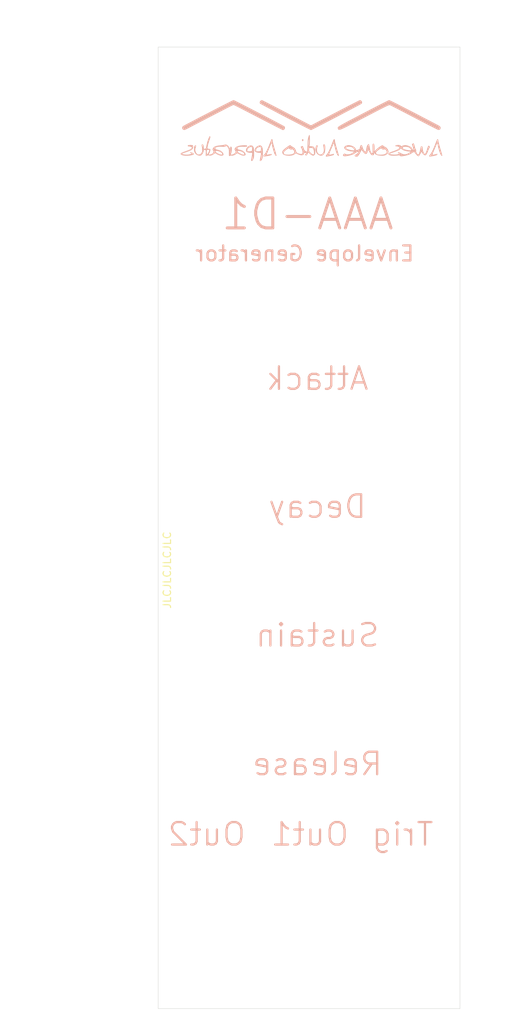
<source format=kicad_pcb>
(kicad_pcb (version 20211014) (generator pcbnew)
  (title_block (title "AAA Demiurge 1") (date "2022-08-11") (rev "F") (company "Awesome Audio Apparatus"))
  (layers (0 "F.Cu" signal) (31 "B.Cu" signal) (34 "B.Paste" user) (35 "F.Paste" user) (36 "B.SilkS" user "B.Silkscreen") (37 "F.SilkS" user "F.Silkscreen") (38 "B.Mask" user) (39 "F.Mask" user) (44 "Edge.Cuts" user))
  (net 0 "")
  (footprint "MountingHole:MountingHole_3.2mm_M3" (layer "F.Cu") (at 109.1 167)
    (fp_text reference "REF**" hide)
    (fp_text value "MountingHole_3.2mm_M3")
    (pad "" np_thru_hole circle (at 0 0) (size 3.2 3.2) (drill 3.2) (layers *.Cu *.Mask))
  )
  (footprint "MountingHole:MountingHole_3.2mm_M3" (layer "F.Cu") (at 109.1 44.5)
    (fp_text reference "REF**" hide)
    (fp_text value "MountingHole_3.2mm_M3")
    (pad "" np_thru_hole circle (at 0 0) (size 3.2 3.2) (drill 3.2) (layers *.Cu *.Mask))
  )
  (footprint "MountingHole:MountingHole_3.2mm_M3" (layer "F.Cu") (at 83.7 44.5)
    (fp_text reference "REF**" hide)
    (fp_text value "MountingHole_3.2mm_M3")
    (pad "" np_thru_hole circle (at 0 0) (size 3.2 3.2) (drill 3.2) (layers *.Cu *.Mask))
  )
  (footprint "MountingHole:MountingHole_3.2mm_M3" (layer "F.Cu") (at 83.7 167)
    (fp_text reference "REF**" hide)
    (fp_text value "MountingHole_3.2mm_M3")
    (pad "" np_thru_hole circle (at 0 0) (size 3.2 3.2) (drill 3.2) (layers *.Cu *.Mask))
  )
  (footprint "MountingHole:MountingHole_6mm" (layer "B.Cu") (at 111.76 137.16 180)
    (fp_text reference "Release" hide)
    (fp_text value "MountingHole_6mm")
    (pad "" np_thru_hole circle (at 0 0 180) (size 6.5 6.5) (drill 6.5) (layers F&B.Cu *.Mask))
  )
  (footprint "MountingHole:MountingHole_6mm" (layer "B.Cu") (at 83.8454 85.725 180)
    (fp_text reference "POT1" hide)
    (fp_text value "MountingHole_6mm")
    (pad "" np_thru_hole circle (at 0 0 180) (size 7.3 7.3) (drill 7.3) (layers F&B.Cu *.Mask))
  )
  (footprint "MountingHole:MountingHole_6mm" (layer "B.Cu") (at 83.8708 137.16 180)
    (fp_text reference "POT4" hide)
    (fp_text value "MountingHole_6mm")
    (pad "" np_thru_hole circle (at 0 0 180) (size 7.3 7.3) (drill 7.3) (layers F&B.Cu *.Mask))
  )
  (footprint "MountingHole:MountingHole_6mm" (layer "B.Cu") (at 83.8962 102.87 180)
    (fp_text reference "POT2" hide)
    (fp_text value "MountingHole_6mm")
    (pad "" np_thru_hole circle (at 0 0 180) (size 7.3 7.3) (drill 7.3) (layers F&B.Cu *.Mask))
  )
  (footprint "MountingHole:MountingHole_6mm" (layer "B.Cu") (at 111.76 154.305 180)
    (fp_text reference "Trig" hide)
    (fp_text value "MountingHole_6mm")
    (pad "" np_thru_hole circle (at 0 0 180) (size 6.5 6.5) (drill 6.5) (layers F&B.Cu *.Mask))
  )
  (footprint "MountingHole:MountingHole_6mm" (layer "B.Cu") (at 83.8962 120.015 180)
    (fp_text reference "POT3" hide)
    (fp_text value "MountingHole_6mm")
    (pad "" np_thru_hole circle (at 0 0 180) (size 7.3 7.3) (drill 7.3) (layers F&B.Cu *.Mask))
  )
  (footprint "MountingHole:MountingHole_6mm" (layer "B.Cu") (at 81.28 154.305 180)
    (fp_text reference "Out2" hide)
    (fp_text value "MountingHole_6mm")
    (pad "" np_thru_hole circle (at 0 0 180) (size 6.5 6.5) (drill 6.5) (layers F&B.Cu *.Mask))
  )
  (footprint "MountingHole:MountingHole_6mm" (layer "B.Cu") (at 111.76 102.87 180)
    (fp_text reference "Decay" hide)
    (fp_text value "MountingHole_6mm")
    (pad "" np_thru_hole circle (at 0 0 180) (size 6.5 6.5) (drill 6.5) (layers F&B.Cu *.Mask))
  )
  (footprint "MountingHole:MountingHole_6mm" (layer "B.Cu") (at 111.76 120.015 180)
    (fp_text reference "Sustain" hide)
    (fp_text value "MountingHole_6mm")
    (pad "" np_thru_hole circle (at 0 0 180) (size 6.5 6.5) (drill 6.5) (layers F&B.Cu *.Mask))
  )
  (footprint "LOGO" (layer "B.Cu") (at 96.7 52.65 180)
    (fp_text reference "G***" hide)
    (fp_text value "LOGO" hide)
    (fp_poly (pts (xy 8.184495 -1.993228) (xy 8.35117 -2.054219) (xy 8.506115 -2.160802) (xy 8.634993 -2.300906) (xy 8.723469 -2.462456) (xy 8.757205 -2.633381) (xy 8.731417 -2.7789) (xy 8.651544 -2.871684) (xy 8.501942 -2.938582) (xy 8.298111 -2.973879) (xy 8.191485 -2.977931) (xy 8.045284 -2.979861) (xy 7.966225 -2.991877) (xy 7.933864 -3.023317) (xy 7.92776 -3.083521) (xy 7.927875 -3.098362) (xy 7.936763 -3.194344) (xy 7.95942 -3.349218) (xy 7.991734 -3.536136) (xy 8.008356 -3.623686) (xy 8.040453 -3.801282) (xy 8.061368 -3.944281) (xy 8.06842 -4.032635) (xy 8.065423 -4.050669) (xy 8.008029 -4.069379) (xy 7.961031 -4.072759) (xy 7.889341 -4.035488) (xy 7.810114 -3.919916) (xy 7.771689 -3.842845) (xy 7.726776 -3.738052) (xy 7.696419 -3.637995) (xy 7.677823 -3.521855) (xy 7.668197 -3.36881) (xy 7.664746 -3.158042) (xy 7.664465 -3.043621) (xy 7.668933 -2.733288) (xy 7.684424 -2.496971) (xy 7.707013 -2.361685) (xy 7.930782 -2.361685) (xy 7.935355 -2.484835) (xy 7.947023 -2.628558) (xy 7.969677 -2.7086) (xy 8.013784 -2.748866) (xy 8.057931 -2.764751) (xy 8.17103 -2.782731) (xy 8.319294 -2.789341) (xy 8.364483 -2.788443) (xy 8.48692 -2.77873) (xy 8.547303 -2.751383) (xy 8.57115 -2.690396) (xy 8.575849 -2.65587) (xy 8.55101 -2.524899) (xy 8.46283 -2.395912) (xy 8.333981 -2.287425) (xy 8.187132 -2.217955) (xy 8.044954 -2.20602) (xy 8.029173 -2.209361) (xy 7.968842 -2.231528) (xy 7.93871 -2.274478) (xy 7.930782 -2.361685) (xy 7.707013 -2.361685) (xy 7.713725 -2.321487) (xy 7.759626 -2.193655) (xy 7.824913 -2.100291) (xy 7.873305 -2.056312) (xy 8.020428 -1.989901)) (layer "B.SilkS") (width 0) (fill solid))
    (fp_poly (pts (xy 13.637599 -0.791676) (xy 13.676101 -0.85947) (xy 13.775602 -1.086588) (xy 13.874031 -1.367973) (xy 13.961097 -1.670793) (xy 14.026506 -1.962217) (xy 14.032882 -1.997553) (xy 14.073236 -2.202801) (xy 14.11438 -2.335842) (xy 14.165437 -2.41166) (xy 14.235527 -2.445237) (xy 14.309396 -2.451743) (xy 14.367778 -2.443435) (xy 14.397092 -2.402855) (xy 14.407107 -2.308074) (xy 14.407931 -2.230569) (xy 14.425716 -2.020664) (xy 14.478995 -1.89038) (xy 14.567648 -1.839981) (xy 14.581693 -1.83931) (xy 14.663756 -1.874037) (xy 14.692794 -1.97733) (xy 14.668563 -2.147858) (xy 14.650422 -2.213419) (xy 14.620077 -2.343325) (xy 14.613898 -2.438341) (xy 14.623003 -2.466038) (xy 14.636211 -2.530026) (xy 14.615838 -2.621369) (xy 14.596031 -2.715941) (xy 14.617642 -2.818678) (xy 14.667373 -2.927637) (xy 14.792659 -3.100097) (xy 14.943269 -3.195609) (xy 15.104181 -3.21422) (xy 15.260378 -3.155977) (xy 15.396839 -3.020928) (xy 15.452712 -2.925159) (xy 15.532948 -2.688267) (xy 15.532602 -2.463326) (xy 15.480862 -2.292383) (xy 15.424235 -2.122962) (xy 15.423791 -2.017565) (xy 15.479785 -1.972814) (xy 15.504993 -1.97069) (xy 15.592388 -2.010354) (xy 15.658789 -2.116798) (xy 15.701728 -2.271195) (xy 15.718736 -2.45472) (xy 15.707345 -2.648546) (xy 15.665088 -2.833849) (xy 15.629655 -2.921502) (xy 15.481434 -3.139477) (xy 15.284775 -3.287011) (xy 15.046286 -3.359324) (xy 15.020276 -3.362246) (xy 14.883487 -3.369288) (xy 14.792075 -3.34749) (xy 14.705018 -3.282379) (xy 14.654395 -3.233154) (xy 14.52631 -3.059132) (xy 14.438246 -2.849304) (xy 14.408175 -2.660431) (xy 14.379574 -2.601781) (xy 14.284395 -2.5838) (xy 14.281657 -2.583793) (xy 14.203665 -2.596401) (xy 14.153766 -2.643053) (xy 14.128274 -2.736991) (xy 14.123499 -2.891459) (xy 14.135069 -3.110169) (xy 14.144597 -3.270232) (xy 14.141766 -3.361933) (xy 14.122495 -3.404105) (xy 14.082705 -3.415582) (xy 14.068833 -3.415862) (xy 13.970408 -3.387039) (xy 13.92959 -3.354249) (xy 13.871846 -3.316844) (xy 13.777691 -3.322067) (xy 13.721088 -3.336087) (xy 13.504966 -3.360081) (xy 13.293122 -3.306665) (xy 13.07174 -3.172346) (xy 13.071025 -3.1718) (xy 12.870738 -3.018918) (xy 12.746606 -3.107307) (xy 12.550484 -3.224508) (xy 12.344905 -3.309636) (xy 12.147086 -3.359576) (xy 11.974247 -3.371209) (xy 11.843604 -3.341419) (xy 11.779253 -3.282443) (xy 11.756384 -3.198935) (xy 11.774008 -3.126164) (xy 11.923515 -3.126164) (xy 11.926711 -3.172785) (xy 11.988675 -3.222126) (xy 12.108438 -3.223185) (xy 12.272267 -3.178222) (xy 12.466428 -3.089497) (xy 12.481034 -3.081577) (xy 12.656291 -2.981169) (xy 12.76335 -2.906525) (xy 12.813728 -2.847119) (xy 12.81894 -2.792424) (xy 12.814111 -2.777132) (xy 12.779342 -2.732519) (xy 12.706319 -2.719535) (xy 12.588898 -2.730501) (xy 12.408239 -2.773466) (xy 12.234348 -2.845885) (xy 12.084248 -2.936388) (xy 11.974963 -3.033604) (xy 11.923515 -3.126164) (xy 11.774008 -3.126164) (xy 11.781384 -3.095709) (xy 11.810557 -3.031451) (xy 11.947573 -2.848001) (xy 12.154868 -2.700556) (xy 12.419655 -2.597347) (xy 12.52191 -2.573519) (xy 12.676809 -2.539154) (xy 12.766716 -2.504515) (xy 12.813412 -2.457424) (xy 12.835481 -2.398202) (xy 12.848187 -2.327248) (xy 12.826706 -2.282384) (xy 12.753134 -2.246325) (xy 12.641928 -2.211369) (xy 12.496386 -2.178119) (xy 12.331395 -2.163201) (xy 12.121011 -2.165152) (xy 11.968138 -2.173426) (xy 11.763091 -2.185061) (xy 11.62896 -2.18718) (xy 11.549445 -2.17831) (xy 11.508247 -2.156974) (xy 11.492078 -2.130346) (xy 11.439672 -2.066332) (xy 11.359239 -2.081074) (xy 11.247202 -2.17527) (xy 11.24391 -2.178707) (xy 11.137252 -2.316182) (xy 11.071797 -2.472522) (xy 11.040781 -2.670885) (xy 11.036424 -2.888905) (xy 11.0397 -3.110654) (xy 11.038976 -3.259404) (xy 11.031888 -3.349728) (xy 11.016068 -3.396197) (xy 10.989152 -3.413384) (xy 10.95086 -3.415862) (xy 10.866436 -3.394889) (xy 10.837692 -3.370288) (xy 10.77876 -3.344649) (xy 10.723778 -3.351928) (xy 10.563782 -3.364084) (xy 10.374667 -3.320344) (xy 10.18657 -3.229309) (xy 10.113433 -3.177708) (xy 9.932184 -3.034281) (xy 9.605804 -3.203175) (xy 9.367608 -3.306881) (xy 9.16051 -3.36051) (xy 8.992469 -3.367635) (xy 8.871446 -3.331829) (xy 8.8054 -3.256663) (xy 8.802289 -3.145711) (xy 8.80821 -3.133205) (xy 8.987467 -3.133205) (xy 8.992797 -3.173369) (xy 9.040256 -3.226858) (xy 9.130574 -3.232472) (xy 9.274382 -3.189128) (xy 9.408458 -3.130992) (xy 9.644813 -3.010445) (xy 9.796915 -2.907821) (xy 9.866029 -2.822137) (xy 9.866745 -2.774244) (xy 9.829356 -2.731773) (xy 9.747759 -2.72146) (xy 9.649618 -2.731206) (xy 9.461366 -2.775349) (xy 9.284542 -2.848717) (xy 9.135629 -2.940212) (xy 9.03111 -3.03874) (xy 8.987467 -3.133205) (xy 8.80821 -3.133205) (xy 8.870073 -3.002545) (xy 8.944741 -2.906461) (xy 9.161836 -2.725239) (xy 9.440551 -2.60461) (xy 9.645861 -2.560479) (xy 9.779596 -2.53264) (xy 9.850046 -2.490806) (xy 9.879897 -2.427969) (xy 9.890333 -2.332541) (xy 9.880212 -2.285117) (xy 9.804787 -2.233824) (xy 9.660811 -2.194891) (xy 9.466773 -2.170908) (xy 9.241161 -2.164464) (xy 9.072245 -2.171935) (xy 8.880745 -2.183712) (xy 8.757156 -2.182881) (xy 8.682479 -2.167685) (xy 8.637714 -2.136371) (xy 8.633425 -2.131416) (xy 8.598461 -2.055496) (xy 8.604159 -2.016401) (xy 8.663742 -1.990883) (xy 8.791678 -1.976572) (xy 8.969453 -1.973462) (xy 9.178556 -1.981547) (xy 9.400472 -2.00082) (xy 9.524958 -2.016717) (xy 9.811457 -2.077234) (xy 10.02396 -2.167649) (xy 10.172436 -2.292936) (xy 10.222747 -2.364956) (xy 10.27269 -2.457373) (xy 10.283369 -2.523795) (xy 10.253098 -2.602315) (xy 10.208747 -2.681215) (xy 10.150173 -2.791012) (xy 10.134768 -2.86114) (xy 10.159277 -2.9262) (xy 10.182259 -2.962734) (xy 10.274851 -3.053806) (xy 10.416462 -3.143421) (xy 10.570433 -3.211942) (xy 10.699417 -3.239728) (xy 10.754708 -3.223239) (xy 10.751948 -3.157076) (xy 10.747397 -3.142155) (xy 10.692421 -2.931287) (xy 10.656729 -2.713041) (xy 10.641497 -2.508319) (xy 10.647901 -2.338027) (xy 10.677119 -2.223069) (xy 10.694276 -2.198414) (xy 10.77791 -2.145194) (xy 10.834958 -2.173389) (xy 10.859998 -2.279424) (xy 10.86069 -2.308149) (xy 10.86069 -2.470436) (xy 11.003017 -2.231511) (xy 11.152867 -2.026681) (xy 11.310027 -1.906793) (xy 11.479418 -1.869237) (xy 11.631336 -1.898197) (xy 11.754711 -1.92911) (xy 11.933014 -1.958964) (xy 12.133679 -1.982588) (xy 12.196379 -1.987917) (xy 12.403781 -2.009645) (xy 12.605293 -2.040762) (xy 12.765085 -2.075479) (xy 12.797242 -2.084982) (xy 12.97021 -2.166428) (xy 13.105414 -2.278041) (xy 13.193388 -2.404374) (xy 13.22467 -2.529979) (xy 13.189797 -2.639406) (xy 13.157591 -2.673235) (xy 13.100711 -2.770451) (xy 13.108309 -2.893424) (xy 13.174195 -3.016169) (xy 13.257314 -3.091894) (xy 13.368249 -3.15055) (xy 13.500799 -3.199572) (xy 13.62595 -3.230753) (xy 13.714687 -3.235885) (xy 13.735392 -3.227136) (xy 13.727723 -3.181203) (xy 13.684942 -3.090553) (xy 13.667669 -3.060088) (xy 13.601916 -2.921131) (xy 13.549667 -2.762501) (xy 13.520018 -2.619224) (xy 13.668885 -2.619224) (xy 13.675079 -2.696373) (xy 13.678571 -2.714147) (xy 13.718914 -2.829935) (xy 13.790349 -2.970275) (xy 13.825719 -3.027462) (xy 13.946797 -3.210423) (xy 13.984937 -3.04915) (xy 14.003387 -2.893944) (xy 13.995458 -2.740841) (xy 13.994554 -2.735835) (xy 13.966727 -2.633887) (xy 13.914808 -2.591906) (xy 13.809265 -2.583793) (xy 13.706292 -2.589) (xy 13.668885 -2.619224) (xy 13.520018 -2.619224) (xy 13.51933 -2.615897) (xy 13.51931 -2.513018) (xy 13.521026 -2.507155) (xy 13.573024 -2.468903) (xy 13.673489 -2.451795) (xy 13.678046 -2.451743) (xy 13.801349 -2.444671) (xy 13.874552 -2.414711) (xy 13.904214 -2.346567) (xy 13.896898 -2.224941) (xy 13.859163 -2.034535) (xy 13.858418 -2.031161) (xy 13.806782 -1.826799) (xy 13.73588 -1.583803) (xy 13.658458 -1.345064) (xy 13.633274 -1.273481) (xy 13.566024 -1.081571) (xy 13.528027 -0.954022) (xy 13.516234 -0.873782) (xy 13.527594 -0.823798) (xy 13.548109 -0.797261) (xy 13.597055 -0.763546)) (layer "B.SilkS") (width 0) (fill solid))
    (fp_poly (pts (xy 5.336087 -1.179077) (xy 5.376726 -1.249901) (xy 5.430781 -1.37369) (xy 5.504339 -1.560683) (xy 5.585475 -1.773621) (xy 5.731676 -2.141901) (xy 5.876217 -2.473695) (xy 6.014021 -2.758924) (xy 6.140014 -2.987506) (xy 6.249122 -3.149363) (xy 6.312204 -3.21712) (xy 6.397823 -3.315383) (xy 6.427235 -3.406739) (xy 6.39762 -3.470736) (xy 6.349497 -3.487588) (xy 6.281926 -3.482364) (xy 6.148943 -3.462796) (xy 5.970935 -3.432134) (xy 5.803181 -3.400504) (xy 5.578645 -3.353309) (xy 5.429284 -3.313183) (xy 5.34338 -3.276179) (xy 5.309215 -3.238355) (xy 5.308084 -3.233825) (xy 5.311032 -3.166196) (xy 5.360736 -3.135652) (xy 5.468417 -3.140645) (xy 5.645295 -3.179628) (xy 5.664622 -3.184654) (xy 5.811997 -3.219327) (xy 5.923227 -3.238063) (xy 5.974323 -3.236826) (xy 5.974378 -3.236772) (xy 5.965352 -3.191114) (xy 5.92606 -3.078666) (xy 5.861648 -2.912747) (xy 5.777261 -2.706673) (xy 5.692001 -2.506016) (xy 5.592828 -2.273785) (xy 5.507099 -2.068341) (xy 5.440455 -1.903582) (xy 5.398534 -1.793409) (xy 5.386552 -1.753132) (xy 5.35408 -1.709473) (xy 5.342759 -1.707931) (xy 5.306533 -1.744397) (xy 5.298965 -1.790845) (xy 5.28664 -1.887261) (xy 5.253404 -2.046206) (xy 5.204868 -2.246733) (xy 5.146642 -2.467898) (xy 5.084337 -2.688755) (xy 5.023564 -2.888358) (xy 4.969933 -3.045761) (xy 4.948031 -3.100976) (xy 4.869748 -3.251051) (xy 4.788656 -3.354528) (xy 4.716676 -3.399696) (xy 4.667048 -3.377056) (xy 4.67221 -3.325584) (xy 4.699977 -3.20287) (xy 4.747061 -3.021343) (xy 4.810173 -2.793433) (xy 4.886024 -2.531569) (xy 4.92788 -2.391185) (xy 5.023645 -2.064547) (xy 5.099501 -1.788141) (xy 5.153412 -1.570184) (xy 5.183346 -1.41889) (xy 5.187399 -1.34298) (xy 5.195767 -1.229738) (xy 5.233798 -1.18198) (xy 5.270711 -1.155358) (xy 5.302778 -1.150976)) (layer "B.SilkS") (width 0) (fill solid))
    (fp_poly (pts (xy 10.466826 4.052764) (xy 10.591326 3.994231) (xy 10.784895 3.899336) (xy 11.043292 3.770257) (xy 11.362278 3.60917) (xy 11.737613 3.418252) (xy 12.165057 3.199681) (xy 12.64037 2.955633) (xy 13.159313 2.688285) (xy 13.717647 2.399813) (xy 14.31113 2.092396) (xy 14.935524 1.768209) (xy 15.58659 1.42943) (xy 16.260086 1.078236) (xy 16.951774 0.716803) (xy 16.959486 0.712768) (xy 17.141123 0.606859) (xy 17.246675 0.517395) (xy 17.281734 0.454084) (xy 17.289496 0.285466) (xy 17.223656 0.155437) (xy 17.1224 0.087295) (xy 17.051373 0.063712) (xy 16.982648 0.062426) (xy 16.894533 0.088952) (xy 16.765337 0.148805) (xy 16.651067 0.207153) (xy 16.557235 0.255806) (xy 16.392656 0.341237) (xy 16.164293 0.459828) (xy 15.879114 0.607958) (xy 15.544083 0.78201) (xy 15.166166 0.978364) (xy 14.75233 1.193402) (xy 14.309538 1.423505) (xy 13.844758 1.665053) (xy 13.394594 1.899023) (xy 12.924463 2.142987) (xy 12.476269 2.374806) (xy 12.056166 2.591346) (xy 11.670309 2.789468) (xy 11.32485 2.966038) (xy 11.025945 3.117917) (xy 10.779747 3.24197) (xy 10.59241 3.335061) (xy 10.47009 3.394052) (xy 10.418939 3.415808) (xy 10.418343 3.415862) (xy 10.371471 3.396105) (xy 10.252763 3.338816) (xy 10.068042 3.246965) (xy 9.823129 3.123525) (xy 9.523846 2.971467) (xy 9.176017 2.793763) (xy 8.785463 2.593384) (xy 8.358006 2.373302) (xy 7.899468 2.136489) (xy 7.415672 1.885916) (xy 7.114968 1.729827) (xy 6.618517 1.472336) (xy 6.143596 1.226826) (xy 5.696053 0.99627) (xy 5.281733 0.783643) (xy 4.906483 0.591919) (xy 4.576149 0.424072) (xy 4.296578 0.283077) (xy 4.073616 0.171907) (xy 3.913108 0.093537) (xy 3.820902 0.050942) (xy 3.800812 0.043793) (xy 3.718062 0.069923) (xy 3.63238 0.124555) (xy 3.558142 0.230399) (xy 3.532026 0.365485) (xy 3.557406 0.492202) (xy 3.594684 0.544843) (xy 3.646382 0.577441) (xy 3.768557 0.645946) (xy 3.954319 0.746793) (xy 4.196776 0.876419) (xy 4.489039 1.03126) (xy 4.824217 1.207752) (xy 5.195419 1.402331) (xy 5.595754 1.611433) (xy 6.018334 1.831495) (xy 6.456266 2.058952) (xy 6.902661 2.29024) (xy 7.350627 2.521796) (xy 7.793275 2.750056) (xy 8.223714 2.971456) (xy 8.635053 3.182432) (xy 9.020403 3.37942) (xy 9.372872 3.558856) (xy 9.685569 3.717176) (xy 9.951605 3.850817) (xy 10.164089 3.956214) (xy 10.316131 4.029804) (xy 10.400839 4.068023) (xy 10.415633 4.072758)) (layer "B.SilkS") (width 0) (fill solid))
    (fp_poly (pts (xy -1.597003 -1.902601) (xy -1.59084 -2.030809) (xy -1.619773 -2.221896) (xy -1.662008 -2.49648) (xy -1.663535 -2.709938) (xy -1.623918 -2.878924) (xy -1.601186 -2.928844) (xy -1.474604 -3.100153) (xy -1.322054 -3.194114) (xy -1.158542 -3.210788) (xy -0.99907 -3.150241) (xy -0.858642 -3.012535) (xy -0.805689 -2.925468) (xy -0.760347 -2.772184) (xy -0.746932 -2.574491) (xy -0.765163 -2.369429) (xy -0.811178 -2.202392) (xy -0.848332 -2.066931) (xy -0.822913 -1.990516) (xy -0.735657 -1.974924) (xy -0.718145 -1.977774) (xy -0.648584 -2.031999) (xy -0.591909 -2.151422) (xy -0.554058 -2.31393) (xy -0.540971 -2.497409) (xy -0.547873 -2.6118) (xy -0.613791 -2.864256) (xy -0.740006 -3.079377) (xy -0.913556 -3.24412) (xy -1.121472 -3.345441) (xy -1.303611 -3.372069) (xy -1.44142 -3.355068) (xy -1.552994 -3.290788) (xy -1.614164 -3.233384) (xy -1.704776 -3.125848) (xy -1.768561 -3.006797) (xy -1.812071 -2.855662) (xy -1.841856 -2.651874) (xy -1.857971 -2.467911) (xy -1.865194 -2.199953) (xy -1.840604 -2.009714) (xy -1.783303 -1.892964) (xy -1.727541 -1.85427) (xy -1.642129 -1.845262)) (layer "B.SilkS") (width 0) (fill solid))
    (fp_poly (pts (xy 1.204299 -1.154453) (xy 1.254934 -1.212987) (xy 1.262669 -1.305927) (xy 1.231862 -1.393932) (xy 1.17303 -1.43676) (xy 1.103595 -1.412688) (xy 1.068943 -1.335393) (xy 1.06595 -1.220682) (xy 1.114961 -1.154315) (xy 1.202812 -1.15389)) (layer "B.SilkS") (width 0) (fill solid))
    (fp_poly (pts (xy 0.315733 -0.644836) (xy 0.373153 -0.78824) (xy 0.397922 -0.862137) (xy 0.434726 -0.990179) (xy 0.463125 -1.128185) (xy 0.484996 -1.292738) (xy 0.502217 -1.500419) (xy 0.516663 -1.76781) (xy 0.525874 -1.992586) (xy 0.535945 -2.252332) (xy 0.545314 -2.47987) (xy 0.553373 -2.661577) (xy 0.559517 -2.783827) (xy 0.563141 -2.832996) (xy 0.563266 -2.833325) (xy 0.603754 -2.826626) (xy 0.693797 -2.798583) (xy 0.700953 -2.796105) (xy 0.859354 -2.701076) (xy 0.976132 -2.537589) (xy 1.051962 -2.317167) (xy 1.103641 -2.157776) (xy 1.167523 -2.079623) (xy 1.252327 -2.07643) (xy 1.330554 -2.116574) (xy 1.434226 -2.184502) (xy 1.30832 -2.434112) (xy 1.227157 -2.635387) (xy 1.186522 -2.826088) (xy 1.188214 -2.986196) (xy 1.234034 -3.095692) (xy 1.247623 -3.108912) (xy 1.347 -3.140165) (xy 1.502947 -3.127356) (xy 1.697894 -3.073057) (xy 1.817414 -3.025544) (xy 1.935708 -2.960384) (xy 1.974963 -2.911361) (xy 2.284967 -2.911361) (xy 2.34456 -3.029246) (xy 2.475452 -3.123843) (xy 2.672434 -3.190982) (xy 2.930301 -3.226496) (xy 3.159517 -3.229901) (xy 3.360651 -3.21982) (xy 3.494961 -3.200979) (xy 3.583086 -3.169233) (xy 3.630293 -3.135368) (xy 3.698099 -3.05592) (xy 3.722414 -2.9964) (xy 3.686893 -2.907217) (xy 3.589876 -2.788931) (xy 3.445678 -2.656301) (xy 3.268616 -2.524084) (xy 3.256126 -2.515733) (xy 3.123675 -2.430914) (xy 3.043889 -2.391594) (xy 2.998365 -2.392079) (xy 2.968698 -2.426674) (xy 2.968638 -2.426782) (xy 2.874687 -2.517143) (xy 2.744417 -2.557329) (xy 2.618274 -2.535005) (xy 2.616602 -2.534122) (xy 2.548742 -2.511445) (xy 2.486373 -2.536738) (xy 2.401279 -2.621525) (xy 2.400504 -2.622393) (xy 2.301879 -2.774354) (xy 2.284967 -2.911361) (xy 1.974963 -2.911361) (xy 2.003452 -2.875784) (xy 2.04576 -2.755298) (xy 2.134899 -2.515543) (xy 2.258259 -2.342567) (xy 2.430146 -2.217857) (xy 2.48025 -2.193033) (xy 2.616454 -2.119403) (xy 2.726672 -2.041356) (xy 2.763758 -2.00458) (xy 2.800723 -1.962699) (xy 2.839525 -1.947736) (xy 2.898101 -1.964913) (xy 2.994388 -2.019452) (xy 3.144602 -2.115461) (xy 3.327698 -2.243187) (xy 3.515712 -2.389218) (xy 3.669511 -2.523073) (xy 3.676275 -2.529549) (xy 3.797425 -2.653473) (xy 3.864914 -2.747126) (xy 3.89326 -2.83522) (xy 3.897586 -2.906282) (xy 3.859931 -3.076046) (xy 3.746391 -3.206987) (xy 3.556103 -3.299526) (xy 3.288207 -3.354085) (xy 2.94759 -3.371107) (xy 2.627216 -3.344176) (xy 2.374447 -3.265811) (xy 2.191325 -3.136671) (xy 2.178255 -3.122496) (xy 2.132734 -3.076644) (xy 2.087651 -3.061815) (xy 2.019024 -3.08065) (xy 1.90287 -3.135792) (xy 1.859543 -3.157603) (xy 1.60512 -3.263881) (xy 1.38198 -3.313643) (xy 1.199144 -3.307403) (xy 1.065633 -3.245671) (xy 0.990468 -3.128959) (xy 0.98505 -3.107967) (xy 0.953727 -3.014059) (xy 0.904181 -2.987836) (xy 0.860562 -2.99526) (xy 0.753694 -3.017044) (xy 0.70069 -3.02251) (xy 0.678616 -3.044811) (xy 0.731743 -3.108998) (xy 0.755186 -3.130279) (xy 0.875372 -3.236067) (xy 0.780067 -3.302821) (xy 0.689387 -3.340349) (xy 0.611943 -3.307892) (xy 0.53844 -3.19885) (xy 0.494887 -3.100254) (xy 0.427951 -2.932963) (xy 0.252932 -3.091082) (xy 0.103175 -3.207865) (xy -0.05614 -3.302877) (xy -0.197374 -3.361073) (xy -0.263343 -3.372069) (xy -0.323797 -3.343547) (xy -0.408483 -3.27394) (xy -0.418025 -3.264577) (xy -0.489217 -3.170648) (xy -0.519372 -3.055217) (xy -0.522907 -2.947077) (xy -0.521929 -2.929258) (xy -0.347708 -2.929258) (xy -0.346904 -3.068953) (xy -0.328718 -3.156795) (xy -0.32115 -3.167701) (xy -0.233006 -3.197877) (xy -0.108953 -3.150986) (xy 0.047942 -3.028394) (xy 0.096393 -2.981637) (xy 0.209995 -2.863945) (xy 0.273142 -2.778775) (xy 0.298942 -2.698387) (xy 0.300502 -2.595043) (xy 0.298154 -2.554654) (xy 0.284655 -2.342931) (xy 0.100208 -2.329547) (xy -0.078715 -2.334901) (xy -0.196742 -2.3904) (xy -0.271947 -2.508306) (xy -0.300992 -2.601751) (xy -0.332084 -2.76457) (xy -0.347708 -2.929258) (xy -0.521929 -2.929258) (xy -0.506276 -2.644012) (xy -0.461302 -2.417134) (xy -0.382537 -2.25809) (xy -0.264534 -2.158528) (xy -0.101844 -2.110093) (xy 0.028188 -2.102069) (xy 0.270457 -2.102069) (xy 0.233763 -1.915948) (xy 0.219582 -1.799821) (xy 0.207948 -1.620414) (xy 0.200049 -1.40202) (xy 0.198399 -1.272949) (xy 0.322712 -1.272949) (xy 0.324209 -1.401813) (xy 0.332031 -1.561285) (xy 0.345327 -1.732522) (xy 0.363246 -1.896681) (xy 0.379158 -2.003535) (xy 0.402201 -2.114896) (xy 0.417444 -2.141922) (xy 0.424588 -2.087541) (xy 0.423337 -1.954682) (xy 0.41339 -1.746273) (xy 0.410405 -1.696983) (xy 0.394849 -1.501758) (xy 0.37534 -1.335424) (xy 0.354802 -1.220011) (xy 0.342093 -1.182414) (xy 0.32839 -1.193535) (xy 0.322712 -1.272949) (xy 0.198399 -1.272949) (xy 0.19707 -1.168936) (xy 0.197069 -1.164239) (xy 0.201237 -0.89115) (xy 0.214319 -0.70397) (xy 0.237184 -0.601395) (xy 0.270699 -0.582119)) (layer "B.SilkS") (width 0) (fill solid))
    (fp_poly (pts (xy 6.95468 -1.986289) (xy 7.143217 -2.047715) (xy 7.317597 -2.158829) (xy 7.462421 -2.302622) (xy 7.562296 -2.462082) (xy 7.601825 -2.6202) (xy 7.594272 -2.69295) (xy 7.517178 -2.827817) (xy 7.368018 -2.92163) (xy 7.153847 -2.970903) (xy 7.017845 -2.977767) (xy 6.894974 -2.978625) (xy 6.811523 -2.989785) (xy 6.763504 -3.024386) (xy 6.746929 -3.095567) (xy 6.75781 -3.216466) (xy 6.79216 -3.400223) (xy 6.831724 -3.591035) (xy 6.87523 -3.800288) (xy 6.901586 -3.938292) (xy 6.91024 -4.019798) (xy 6.900643 -4.059556) (xy 6.872243 -4.072316) (xy 6.824489 -4.072829) (xy 6.813734 -4.072759) (xy 6.738343 -4.053335) (xy 6.671671 -3.983256) (xy 6.605717 -3.864742) (xy 6.560977 -3.762376) (xy 6.530127 -3.655604) (xy 6.509961 -3.52355) (xy 6.497272 -3.345339) (xy 6.48897 -3.104561) (xy 6.487255 -2.778873) (xy 6.502762 -2.526415) (xy 6.533141 -2.360461) (xy 6.748341 -2.360461) (xy 6.752942 -2.484835) (xy 6.764609 -2.628558) (xy 6.787263 -2.7086) (xy 6.83137 -2.748866) (xy 6.875517 -2.764751) (xy 6.988616 -2.782731) (xy 7.13688 -2.789341) (xy 7.182069 -2.788443) (xy 7.304575 -2.778665) (xy 7.364989 -2.751277) (xy 7.388783 -2.690498) (xy 7.393268 -2.657601) (xy 7.380656 -2.527662) (xy 7.341806 -2.434233) (xy 7.238536 -2.331416) (xy 7.094208 -2.25019) (xy 6.944321 -2.206733) (xy 6.847764 -2.209108) (xy 6.786873 -2.231277) (xy 6.756427 -2.273892) (xy 6.748341 -2.360461) (xy 6.533141 -2.360461) (xy 6.53797 -2.334082) (xy 6.595359 -2.188769) (xy 6.677408 -2.077368) (xy 6.684709 -2.069931) (xy 6.779616 -1.995592) (xy 6.881326 -1.977849)) (layer "B.SilkS") (width 0) (fill solid))
    (fp_poly (pts (xy -2.987254 -1.195965) (xy -2.957614 -1.253988) (xy -2.904054 -1.377844) (xy -2.833291 -1.551315) (xy -2.75204 -1.758179) (xy -2.720901 -1.83931) (xy -2.541428 -2.290407) (xy -2.379734 -2.655923) (xy -2.235845 -2.935812) (xy -2.109783 -3.130026) (xy -2.052996 -3.195439) (xy -1.967604 -3.304978) (xy -1.929333 -3.4049) (xy -1.941336 -3.475867) (xy -2.003535 -3.498779) (xy -2.07662 -3.488284) (xy -2.213768 -3.463605) (xy -2.393367 -3.428762) (xy -2.54 -3.398983) (xy -2.745986 -3.354535) (xy -2.881055 -3.319049) (xy -2.960547 -3.286298) (xy -2.999804 -3.250051) (xy -3.013822 -3.206584) (xy -3.017672 -3.146191) (xy -2.996048 -3.117912) (xy -2.932417 -3.120117) (xy -2.810245 -3.151176) (xy -2.719969 -3.177633) (xy -2.579501 -3.21807) (xy -2.478959 -3.23813) (xy -2.417555 -3.229099) (xy -2.394501 -3.182264) (xy -2.409008 -3.08891) (xy -2.460287 -2.940324) (xy -2.547552 -2.727793) (xy -2.656347 -2.47431) (xy -2.758662 -2.236558) (xy -2.848857 -2.026236) (xy -2.921241 -1.856678) (xy -2.97012 -1.741218) (xy -2.989703 -1.693488) (xy -3.003114 -1.719116) (xy -3.030638 -1.815462) (xy -3.068357 -1.967533) (xy -3.112353 -2.160337) (xy -3.115619 -2.175212) (xy -3.205311 -2.544714) (xy -3.299231 -2.857478) (xy -3.394661 -3.107108) (xy -3.488882 -3.287212) (xy -3.579174 -3.391394) (xy -3.643198 -3.415862) (xy -3.664193 -3.40741) (xy -3.672692 -3.375781) (xy -3.666526 -3.311568) (xy -3.643528 -3.205364) (xy -3.60153 -3.047762) (xy -3.538362 -2.829355) (xy -3.451857 -2.540735) (xy -3.408733 -2.398578) (xy -3.321628 -2.103075) (xy -3.248642 -1.837589) (xy -3.193073 -1.615329) (xy -3.158217 -1.449505) (xy -3.147371 -1.353324) (xy -3.147439 -1.351885) (xy -3.134157 -1.233225) (xy -3.089011 -1.165015) (xy -3.026615 -1.161479)) (layer "B.SilkS") (width 0) (fill solid))
    (fp_poly (pts (xy -8.246617 -1.778569) (xy -8.214851 -1.80583) (xy -8.193661 -1.851222) (xy -8.181614 -1.929454) (xy -8.177277 -2.055234) (xy -8.179217 -2.243268) (xy -8.183669 -2.424517) (xy -8.189473 -2.663529) (xy -8.190595 -2.828613) (xy -8.185504 -2.933373) (xy -8.17267 -2.991409) (xy -8.150561 -3.016325) (xy -8.117648 -3.021722) (xy -8.116474 -3.021724) (xy -8.023793 -2.979107) (xy -7.943067 -2.854987) (xy -7.877018 -2.654958) (xy -7.837176 -2.448062) (xy -7.790337 -2.167126) (xy -7.745409 -1.962159) (xy -7.703402 -1.837011) (xy -7.665998 -1.795517) (xy -7.615507 -1.826112) (xy -7.538889 -1.901808) (xy -7.520337 -1.923213) (xy -7.449784 -2.037909) (xy -7.396367 -2.202061) (xy -7.358827 -2.398429) (xy -7.322095 -2.614114) (xy -7.287864 -2.750903) (xy -7.249738 -2.817032) (xy -7.201316 -2.820738) (xy -7.1362 -2.770256) (xy -7.09969 -2.731994) (xy -6.979511 -2.556516) (xy -6.876955 -2.321527) (xy -6.81156 -2.089246) (xy -6.762591 -1.979956) (xy -6.688526 -1.935828) (xy -6.609175 -1.965486) (xy -6.586439 -1.99123) (xy -6.545153 -2.077783) (xy -6.501996 -2.213852) (xy -6.479801 -2.306741) (xy -6.446515 -2.443333) (xy -6.4135 -2.509874) (xy -6.370625 -2.523278) (xy -6.352695 -2.518959) (xy -6.262388 -2.528401) (xy -6.219441 -2.560908) (xy -6.133165 -2.618121) (xy -6.040848 -2.618258) (xy -5.977583 -2.562739) (xy -5.973147 -2.550948) (xy -5.88577 -2.364631) (xy -5.743008 -2.217946) (xy -5.617081 -2.136269) (xy -5.333138 -2.011393) (xy -5.054806 -1.955875) (xy -4.795736 -1.970093) (xy -4.569579 -2.05442) (xy -4.49451 -2.105396) (xy -4.401531 -2.216412) (xy -4.387776 -2.332818) (xy -4.445636 -2.448528) (xy -4.567505 -2.557453) (xy -4.745775 -2.653504) (xy -4.972838 -2.730593) (xy -5.241088 -2.782631) (xy -5.356033 -2.794889) (xy -5.715 -2.824655) (xy -5.550865 -2.950216) (xy -5.409279 -3.043221) (xy -5.259306 -3.119846) (xy -5.222417 -3.134415) (xy -5.058932 -3.175596) (xy -4.882448 -3.193581) (xy -4.719862 -3.188498) (xy -4.598071 -3.160476) (xy -4.554483 -3.131207) (xy -4.462724 -3.070585) (xy -4.366293 -3.093601) (xy -4.278875 -3.193374) (xy -4.231598 -3.285192) (xy -4.23284 -3.341575) (xy -4.272561 -3.390443) (xy -4.329912 -3.432647) (xy -4.407167 -3.453291) (xy -4.521181 -3.452477) (xy -4.68881 -3.430305) (xy -4.889088 -3.394161) (xy -5.210676 -3.32402) (xy -5.463329 -3.247663) (xy -5.665697 -3.158244) (xy -5.836428 -3.048918) (xy -5.842736 -3.044131) (xy -5.969587 -2.960947) (xy -6.099834 -2.896843) (xy -6.212737 -2.859222) (xy -6.287555 -2.855489) (xy -6.306207 -2.878672) (xy -6.272614 -2.940391) (xy -6.186953 -3.027866) (xy -6.071903 -3.121196) (xy -5.950142 -3.200481) (xy -5.923017 -3.214918) (xy -5.812175 -3.296279) (xy -5.785246 -3.378464) (xy -5.839234 -3.451428) (xy -5.971144 -3.505128) (xy -6.012138 -3.513689) (xy -6.095872 -3.515283) (xy -6.17223 -3.475698) (xy -6.266882 -3.3803) (xy -6.287072 -3.356974) (xy -6.378685 -3.234193) (xy -6.474707 -3.080795) (xy -6.56182 -2.921397) (xy -6.626704 -2.780615) (xy -6.65604 -2.683068) (xy -6.656552 -2.674091) (xy -6.671441 -2.641849) (xy -5.750933 -2.641849) (xy -5.746968 -2.64671) (xy -5.681811 -2.660803) (xy -5.546526 -2.653545) (xy -5.355522 -2.6265) (xy -5.123205 -2.581237) (xy -5.101897 -2.576574) (xy -4.87422 -2.510346) (xy -4.72168 -2.433878) (xy -4.645138 -2.35506) (xy -4.645456 -2.281782) (xy -4.723499 -2.221935) (xy -4.880129 -2.183408) (xy -5.057791 -2.173233) (xy -5.238614 -2.181636) (xy -5.368668 -2.212638) (xy -5.483659 -2.27493) (xy -5.488132 -2.277977) (xy -5.602382 -2.373206) (xy -5.694106 -2.479613) (xy -5.748543 -2.576169) (xy -5.750933 -2.641849) (xy -6.671441 -2.641849) (xy -6.677678 -2.628342) (xy -6.73536 -2.652704) (xy -6.821055 -2.742206) (xy -6.858859 -2.79181) (xy -7.010303 -2.974973) (xy -7.152133 -3.097932) (xy -7.27314 -3.151363) (xy -7.293058 -3.152886) (xy -7.382652 -3.113686) (xy -7.462603 -3.012746) (xy -7.517307 -2.875709) (xy -7.532414 -2.759508) (xy -7.546368 -2.659745) (xy -7.587502 -2.642246) (xy -7.654725 -2.706376) (xy -7.746943 -2.8515) (xy -7.773276 -2.899432) (xy -7.887893 -3.098881) (xy -7.983476 -3.227943) (xy -8.071962 -3.298158) (xy -8.165291 -3.321065) (xy -8.207822 -3.319453) (xy -8.298012 -3.297855) (xy -8.35158 -3.238836) (xy -8.389466 -3.131207) (xy -8.421721 -3.026981) (xy -8.443452 -2.998753) (xy -8.46447 -3.037324) (xy -8.470436 -3.055304) (xy -8.553664 -3.173575) (xy -8.716538 -3.265203) (xy -8.954776 -3.328587) (xy -9.264093 -3.362124) (xy -9.295173 -3.36362) (xy -9.500077 -3.370407) (xy -9.64437 -3.366875) (xy -9.754787 -3.349148) (xy -9.858066 -3.313355) (xy -9.956009 -3.267891) (xy -10.152439 -3.144603) (xy -10.270605 -3.003431) (xy -10.318657 -2.899149) (xy -10.323142 -2.855551) (xy -10.076539 -2.855551) (xy -10.057881 -2.972545) (xy -9.964713 -3.071919) (xy -9.791159 -3.163472) (xy -9.743966 -3.182617) (xy -9.618947 -3.212033) (xy -9.443152 -3.229637) (xy -9.244875 -3.235348) (xy -9.052411 -3.229083) (xy -8.894051 -3.210763) (xy -8.806712 -3.185303) (xy -8.687843 -3.101409) (xy -8.643306 -3.006662) (xy -8.674901 -2.89664) (xy -8.784429 -2.766924) (xy -8.97369 -2.613093) (xy -9.066324 -2.547782) (xy -9.208758 -2.453415) (xy -9.297523 -2.405495) (xy -9.349015 -2.397907) (xy -9.379625 -2.424537) (xy -9.382694 -2.429779) (xy -9.470744 -2.514011) (xy -9.59456 -2.556944) (xy -9.712062 -2.544879) (xy -9.721764 -2.540163) (xy -9.833566 -2.51598) (xy -9.933981 -2.573237) (xy -10.026561 -2.711135) (xy -10.076539 -2.855551) (xy -10.323142 -2.855551) (xy -10.327727 -2.810975) (xy -10.300417 -2.69482) (xy -10.29065 -2.663827) (xy -10.186432 -2.459869) (xy -10.025199 -2.283967) (xy -9.832925 -2.162901) (xy -9.788502 -2.146107) (xy -9.68823 -2.105954) (xy -9.635937 -2.071244) (xy -9.633812 -2.065828) (xy -9.612446 -2.006664) (xy -9.59596 -1.977717) (xy -9.557234 -1.947877) (xy -9.488613 -1.959878) (xy -9.38558 -2.007414) (xy -9.190877 -2.124169) (xy -8.972714 -2.281839) (xy -8.764356 -2.454601) (xy -8.599064 -2.616632) (xy -8.595048 -2.621136) (xy -8.453372 -2.780862) (xy -8.452721 -2.340353) (xy -8.444471 -2.07558) (xy -8.419547 -1.892659) (xy -8.376322 -1.787157) (xy -8.313171 -1.754643)) (layer "B.SilkS") (width 0) (fill solid))
    (fp_poly (pts (xy -16.825788 -1.195965) (xy -16.795791 -1.254759) (xy -16.742701 -1.378737) (xy -16.673527 -1.55083) (xy -16.595275 -1.753972) (xy -16.579641 -1.795517) (xy -16.427299 -2.18369) (xy -16.279478 -2.525158) (xy -16.140638 -2.81084) (xy -16.015241 -3.031655) (xy -15.907747 -3.17852) (xy -15.892444 -3.194612) (xy -15.806663 -3.304446) (xy -15.768032 -3.404538) (xy -15.779729 -3.475659) (xy -15.842155 -3.498779) (xy -15.915241 -3.488284) (xy -16.052389 -3.463605) (xy -16.231988 -3.428762) (xy -16.378621 -3.398983) (xy -16.584607 -3.354535) (xy -16.719675 -3.319049) (xy -16.799168 -3.286298) (xy -16.838425 -3.250051) (xy -16.852443 -3.206584) (xy -16.855764 -3.144887) (xy -16.831826 -3.117049) (xy -16.76398 -3.121169) (xy -16.635576 -3.155346) (xy -16.571702 -3.174526) (xy -16.422388 -3.219203) (xy -16.315986 -3.243402) (xy -16.251115 -3.238211) (xy -16.226391 -3.194718) (xy -16.240435 -3.104009) (xy -16.291863 -2.957171) (xy -16.379295 -2.745292) (xy -16.471634 -2.529052) (xy -16.572817 -2.292118) (xy -16.663829 -2.078584) (xy -16.738308 -1.903406) (xy -16.789895 -1.781539) (xy -16.810643 -1.731902) (xy -16.833399 -1.705553) (xy -16.857369 -1.746781) (xy -16.886226 -1.86377) (xy -16.899082 -1.928971) (xy -16.970876 -2.266071) (xy -17.052369 -2.578769) (xy -17.13946 -2.855893) (xy -17.22805 -3.086276) (xy -17.314039 -3.258748) (xy -17.393327 -3.36214) (xy -17.433834 -3.385851) (xy -17.503878 -3.379958) (xy -17.517241 -3.342821) (xy -17.505011 -3.282844) (xy -17.470862 -3.152695) (xy -17.418604 -2.965927) (xy -17.352049 -2.736089) (xy -17.275009 -2.476731) (xy -17.254483 -2.408621) (xy -17.174424 -2.135443) (xy -17.104198 -1.879957) (xy -17.04777 -1.657897) (xy -17.009103 -1.485001) (xy -16.992161 -1.377003) (xy -16.991724 -1.365523) (xy -16.973549 -1.238794) (xy -16.927306 -1.166501) (xy -16.865422 -1.161343)) (layer "B.SilkS") (width 0) (fill solid))
    (fp_poly (pts (xy -13.613309 -1.730055) (xy -13.547753 -1.764224) (xy -13.453954 -1.817414) (xy -13.574439 -2.2225) (xy -13.627129 -2.420555) (xy -13.650693 -2.55619) (xy -13.646532 -2.624656) (xy -13.616044 -2.6212) (xy -13.583217 -2.573733) (xy -13.335735 -2.573733) (xy -13.331642 -2.633019) (xy -13.26726 -2.657533) (xy -13.125421 -2.65423) (xy -12.911564 -2.623581) (xy -12.678104 -2.576574) (xy -12.444935 -2.51179) (xy -12.293841 -2.439164) (xy -12.226373 -2.360068) (xy -12.244082 -2.275878) (xy -12.287398 -2.230599) (xy -12.393322 -2.18688) (xy -12.55244 -2.169959) (xy -12.735061 -2.178331) (xy -12.911492 -2.210489) (xy -13.052042 -2.264928) (xy -13.060203 -2.269802) (xy -13.188409 -2.367513) (xy -13.28529 -2.475564) (xy -13.335735 -2.573733) (xy -13.583217 -2.573733) (xy -13.560629 -2.541072) (xy -13.509941 -2.441466) (xy -13.447364 -2.332019) (xy -13.364981 -2.247046) (xy -13.23886 -2.165551) (xy -13.130866 -2.108899) (xy -12.83364 -1.992909) (xy -12.556036 -1.95089) (xy -12.307312 -1.983437) (xy -12.162254 -2.046769) (xy -12.064337 -2.096624) (xy -12.006228 -2.110915) (xy -11.99931 -2.10372) (xy -11.971423 -2.044381) (xy -11.930493 -1.995714) (xy -11.842084 -1.953926) (xy -11.700668 -1.930998) (xy -11.5389 -1.927522) (xy -11.389432 -1.944092) (xy -11.284919 -1.981297) (xy -11.28114 -1.983942) (xy -11.228409 -2.033948) (xy -11.248329 -2.077428) (xy -11.272212 -2.098324) (xy -11.359835 -2.134188) (xy -11.409994 -2.1293) (xy -11.498008 -2.126738) (xy -11.609973 -2.159367) (xy -11.713119 -2.2127) (xy -11.774673 -2.272253) (xy -11.780345 -2.293011) (xy -11.737429 -2.385798) (xy -11.610839 -2.487496) (xy -11.40381 -2.596148) (xy -11.119576 -2.709797) (xy -11.051841 -2.733612) (xy -10.777223 -2.830043) (xy -10.575792 -2.905982) (xy -10.437024 -2.966705) (xy -10.350396 -3.01749) (xy -10.305384 -3.063613) (xy -10.291467 -3.110351) (xy -10.291379 -3.114944) (xy -10.33262 -3.221184) (xy -10.454432 -3.299744) (xy -10.653946 -3.34958) (xy -10.928295 -3.369649) (xy -10.992069 -3.369998) (xy -11.198934 -3.365415) (xy -11.394816 -3.354673) (xy -11.547841 -3.339743) (xy -11.590162 -3.332992) (xy -11.716321 -3.316875) (xy -11.793244 -3.335342) (xy -11.841544 -3.378692) (xy -11.893654 -3.424255) (xy -11.964213 -3.44924) (xy -12.067885 -3.453475) (xy -12.219332 -3.43679) (xy -12.433217 -3.399013) (xy -12.578302 -3.370096) (xy -12.877188 -3.300389) (xy -13.110068 -3.223581) (xy -13.298504 -3.130847) (xy -13.464057 -3.013362) (xy -13.477802 -3.001921) (xy -13.625974 -2.909083) (xy -13.751453 -2.894866) (xy -13.84723 -2.958935) (xy -13.882218 -3.021251) (xy -13.945529 -3.125547) (xy -14.045515 -3.242896) (xy -14.159891 -3.351925) (xy -14.266373 -3.431258) (xy -14.339284 -3.459655) (xy -14.388203 -3.423544) (xy -14.461891 -3.327789) (xy -14.54629 -3.191252) (xy -14.566318 -3.154993) (xy -14.730873 -2.850331) (xy -14.803908 -2.968872) (xy -14.919896 -3.124921) (xy -15.048268 -3.247037) (xy -15.168618 -3.31769) (xy -15.222229 -3.328276) (xy -15.316654 -3.286076) (xy -15.418676 -3.164175) (xy -15.523822 -2.969624) (xy -15.627619 -2.709472) (xy -15.642662 -2.665624) (xy -15.700081 -2.515643) (xy -15.758086 -2.397156) (xy -15.801277 -2.338797) (xy -15.84206 -2.261945) (xy -15.832597 -2.159238) (xy -15.781358 -2.069813) (xy -15.736552 -2.039727) (xy -15.688116 -2.032516) (xy -15.644642 -2.058263) (xy -15.601061 -2.127469) (xy -15.5523 -2.250639) (xy -15.493291 -2.438276) (xy -15.42106 -2.693276) (xy -15.363375 -2.852552) (xy -15.28721 -3.007142) (xy -15.279261 -3.020399) (xy -15.185791 -3.172349) (xy -15.082439 -3.042734) (xy -14.995714 -2.88325) (xy -14.928734 -2.654602) (xy -14.886157 -2.3739) (xy -14.879979 -2.299138) (xy -14.864275 -2.184107) (xy -14.826796 -2.130008) (xy -14.753318 -2.110687) (xy -14.698906 -2.10836) (xy -14.661195 -2.127098) (xy -14.632467 -2.182733) (xy -14.605001 -2.291096) (xy -14.57108 -2.46802) (xy -14.566252 -2.494373) (xy -14.507963 -2.765089) (xy -14.444036 -2.977418) (xy -14.37787 -3.122656) (xy -14.312862 -3.192098) (xy -14.292043 -3.196897) (xy -14.206677 -3.158208) (xy -14.122956 -3.060775) (xy -14.054993 -2.93255) (xy -14.023635 -2.824655) (xy -13.291207 -2.824655) (xy -13.127072 -2.950216) (xy -12.860547 -3.112454) (xy -12.597492 -3.187541) (xy -12.335268 -3.175697) (xy -12.071236 -3.077145) (xy -12.012452 -3.043733) (xy -11.843266 -2.953834) (xy -11.702268 -2.901776) (xy -11.603725 -2.891075) (xy -11.561908 -2.925248) (xy -11.561379 -2.932597) (xy -11.595644 -2.983731) (xy -11.653667 -3.02424) (xy -11.709678 -3.076328) (xy -11.689197 -3.125457) (xy -11.603318 -3.1682) (xy -11.463134 -3.201129) (xy -11.279739 -3.220815) (xy -11.064226 -3.22383) (xy -11.013966 -3.221933) (xy -10.838359 -3.210374) (xy -10.690279 -3.194692) (xy -10.596933 -3.177905) (xy -10.586983 -3.174583) (xy -10.52271 -3.132492) (xy -10.510345 -3.108246) (xy -10.549404 -3.081517) (xy -10.655723 -3.03505) (xy -10.813018 -2.975405) (xy -11.003017 -2.909799) (xy -11.297374 -2.809035) (xy -11.519579 -2.724076) (xy -11.682294 -2.648852) (xy -11.798176 -2.577288) (xy -11.879884 -2.503314) (xy -11.899657 -2.479705) (xy -11.960666 -2.410147) (xy -11.99797 -2.40613) (xy -12.032813 -2.45221) (xy -12.13605 -2.551644) (xy -12.30688 -2.643789) (xy -12.525309 -2.720976) (xy -12.771346 -2.775536) (xy -12.924422 -2.794263) (xy -13.291207 -2.824655) (xy -14.023635 -2.824655) (xy -14.0169 -2.801482) (xy -14.022788 -2.695522) (xy -14.030752 -2.679368) (xy -14.025293 -2.618747) (xy -13.977254 -2.534199) (xy -13.924609 -2.434579) (xy -13.871767 -2.286278) (xy -13.841206 -2.16921) (xy -13.789884 -1.963467) (xy -13.738491 -1.810944) (xy -13.691852 -1.724403) (xy -13.667367 -1.709483)) (layer "B.SilkS") (width 0) (fill solid))
    (fp_poly (pts (xy 16.363131 -1.934783) (xy 16.47503 -1.953966) (xy 16.505433 -1.966941) (xy 16.548835 -2.030238) (xy 16.529329 -2.096716) (xy 16.464235 -2.134415) (xy 16.416221 -2.131554) (xy 16.327486 -2.131618) (xy 16.209581 -2.158161) (xy 16.093077 -2.200527) (xy 16.00855 -2.248064) (xy 15.984483 -2.281997) (xy 16.018876 -2.349899) (xy 16.105741 -2.437044) (xy 16.220604 -2.520828) (xy 16.277757 -2.552846) (xy 16.368457 -2.592107) (xy 16.519474 -2.651188) (xy 16.708284 -2.721475) (xy 16.875394 -2.781389) (xy 17.134744 -2.876965) (xy 17.318092 -2.955763) (xy 17.434182 -3.023144) (xy 17.491754 -3.084468) (xy 17.49955 -3.145093) (xy 17.494637 -3.161053) (xy 17.418358 -3.244659) (xy 17.26967 -3.308672) (xy 17.061879 -3.351521) (xy 16.808288 -3.371633) (xy 16.522203 -3.367435) (xy 16.216927 -3.337355) (xy 16.123793 -3.323082) (xy 15.90581 -3.274189) (xy 15.772204 -3.214726) (xy 15.723715 -3.145807) (xy 15.761081 -3.068543) (xy 15.885041 -2.984047) (xy 15.895152 -2.978821) (xy 16.036913 -2.919364) (xy 16.155819 -2.892303) (xy 16.231264 -2.900665) (xy 16.247241 -2.927109) (xy 16.211717 -2.96931) (xy 16.126873 -3.018716) (xy 16.006505 -3.073559) (xy 16.129484 -3.137995) (xy 16.279203 -3.188181) (xy 16.483799 -3.220167) (xy 16.712076 -3.231959) (xy 16.932839 -3.221561) (xy 17.073183 -3.198367) (xy 17.198999 -3.162451) (xy 17.280696 -3.128129) (xy 17.298276 -3.111031) (xy 17.259266 -3.085027) (xy 17.153071 -3.038919) (xy 16.995944 -2.979241) (xy 16.805603 -2.913015) (xy 16.513636 -2.812117) (xy 16.293206 -2.727151) (xy 16.131171 -2.651676) (xy 16.014387 -2.57925) (xy 15.929714 -2.503432) (xy 15.901036 -2.469626) (xy 15.838575 -2.34587) (xy 15.810808 -2.1984) (xy 15.82052 -2.062081) (xy 15.861862 -1.979448) (xy 15.93367 -1.951269) (xy 16.061671 -1.934033) (xy 16.215085 -1.928338)) (layer "B.SilkS") (width 0) (fill solid))
    (fp_poly (pts (xy 6.703809 4.047491) (xy 6.79845 3.986251) (xy 6.803922 3.981994) (xy 6.894642 3.863288) (xy 6.919844 3.720227) (xy 6.88096 3.598342) (xy 6.836596 3.568681) (xy 6.721153 3.50269) (xy 6.541503 3.403944) (xy 6.304521 3.276013) (xy 6.017079 3.12247) (xy 5.68605 2.946886) (xy 5.318309 2.752833) (xy 4.920727 2.543884) (xy 4.500178 2.323611) (xy 4.063536 2.095585) (xy 3.617673 1.863378) (xy 3.169463 1.630563) (xy 2.725779 1.400711) (xy 2.293494 1.177395) (xy 1.879481 0.964185) (xy 1.490613 0.764656) (xy 1.133764 0.582377) (xy 0.815808 0.420922) (xy 0.543616 0.283862) (xy 0.324062 0.174769) (xy 0.16402 0.097216) (xy 0.070362 0.054774) (xy 0.048738 0.047653) (xy 0.000009 0.068071) (xy -0.120518 0.12616) (xy -0.307052 0.218955) (xy -0.553803 0.343493) (xy -0.854978 0.496812) (xy -1.204785 0.675946) (xy -1.597435 0.877934) (xy -2.027134 1.099811) (xy -2.488091 1.338615) (xy -2.974516 1.591381) (xy -3.323938 1.773408) (xy -3.825331 2.035179) (xy -4.305444 2.286448) (xy -4.758447 2.524129) (xy -5.178512 2.745135) (xy -5.559808 2.946379) (xy -5.896505 3.124774) (xy -6.182774 3.277234) (xy -6.412784 3.400672) (xy -6.580705 3.492) (xy -6.680708 3.548133) (xy -6.706956 3.564637) (xy -6.777965 3.676336) (xy -6.780951 3.810475) (xy -6.718351 3.937471) (xy -6.672543 3.981994) (xy -6.577772 4.044665) (xy -6.505591 4.072658) (xy -6.502909 4.072758) (xy -6.456624 4.052986) (xy -6.338502 3.99565) (xy -6.154348 3.903719) (xy -5.909967 3.780164) (xy -5.611164 3.627954) (xy -5.263745 3.45006) (xy -4.873515 3.249451) (xy -4.446279 3.029096) (xy -3.987841 2.791967) (xy -3.504008 2.541033) (xy -3.196168 2.381043) (xy 0.056329 0.689327) (xy 0.236182 0.777253) (xy 0.302834 0.811047) (xy 0.440866 0.882031) (xy 0.64398 0.986937) (xy 0.905873 1.122498) (xy 1.220246 1.285445) (xy 1.580797 1.472511) (xy 1.981226 1.680427) (xy 2.415232 1.905926) (xy 2.876515 2.145739) (xy 3.358774 2.396599) (xy 3.497848 2.468968) (xy 3.981005 2.720056) (xy 4.442249 2.959078) (xy 4.87561 3.182981) (xy 5.275119 3.388713) (xy 5.634805 3.573219) (xy 5.948699 3.733449) (xy 6.210829 3.866347) (xy 6.415227 3.968863) (xy 6.555921 4.037942) (xy 6.626943 4.070532) (xy 6.634097 4.072758)) (layer "B.SilkS") (width 0) (fill solid))
    (fp_poly (pts (xy -10.354352 4.050501) (xy -10.230453 3.992645) (xy -10.040565 3.900029) (xy -9.790485 3.775594) (xy -9.48601 3.622279) (xy -9.132939 3.443027) (xy -8.73707 3.240779) (xy -8.3042 3.018475) (xy -7.840127 2.779057) (xy -7.350648 2.525465) (xy -6.963104 2.323963) (xy -6.359776 2.009771) (xy -5.829545 1.733337) (xy -5.367869 1.491873) (xy -4.97021 1.282588) (xy -4.632027 1.102695) (xy -4.348779 0.949404) (xy -4.115929 0.819927) (xy -3.928935 0.711475) (xy -3.783257 0.621259) (xy -3.674356 0.54649) (xy -3.597692 0.484379) (xy -3.548725 0.432138) (xy -3.522914 0.386978) (xy -3.515721 0.346109) (xy -3.522605 0.306743) (xy -3.539026 0.266092) (xy -3.555902 0.230932) (xy -3.578605 0.181997) (xy -3.600425 0.140057) (xy -3.626319 0.107199) (xy -3.661245 0.085513) (xy -3.710158 0.077086) (xy -3.778017 0.084005) (xy -3.869779 0.10836) (xy -3.9904 0.152236) (xy -4.144838 0.217724) (xy -4.33805 0.30691) (xy -4.574992 0.421882) (xy -4.860623 0.564728) (xy -5.199898 0.737537) (xy -5.597776 0.942396) (xy -6.059213 1.181392) (xy -6.589166 1.456615) (xy -7.116697 1.730725) (xy -7.701116 2.034155) (xy -8.21291 2.299395) (xy -8.657054 2.528878) (xy -9.038521 2.725034) (xy -9.362284 2.890294) (xy -9.633316 3.027091) (xy -9.856591 3.137854) (xy -10.037083 3.225015) (xy -10.179765 3.291005) (xy -10.289609 3.338255) (xy -10.371591 3.369196) (xy -10.430682 3.38626) (xy -10.471856 3.391878) (xy -10.500088 3.38848) (xy -10.504733 3.386889) (xy -10.560826 3.360151) (xy -10.688502 3.296044) (xy -10.881686 3.1977) (xy -11.134301 3.068254) (xy -11.44027 2.910836) (xy -11.793518 2.72858) (xy -12.187969 2.524618) (xy -12.617546 2.302083) (xy -13.076173 2.064106) (xy -13.557774 1.813822) (xy -13.751035 1.71328) (xy -14.239078 1.45964) (xy -14.705944 1.217658) (xy -15.145627 0.990406) (xy -15.552124 0.780957) (xy -15.919432 0.592385) (xy -16.241545 0.427761) (xy -16.512462 0.29016) (xy -16.726177 0.182655) (xy -16.876687 0.108317) (xy -16.957988 0.07022) (xy -16.969828 0.065808) (xy -17.077521 0.070555) (xy -17.1569 0.096706) (xy -17.24484 0.174261) (xy -17.282079 0.247979) (xy -17.297422 0.381297) (xy -17.261001 0.490395) (xy -17.162406 0.590274) (xy -16.991224 0.695935) (xy -16.959487 0.712768) (xy -16.216115 1.101202) (xy -15.50071 1.474196) (xy -14.816922 1.82988) (xy -14.168406 2.166381) (xy -13.558815 2.481828) (xy -12.991801 2.774349) (xy -12.471018 3.042071) (xy -12.000118 3.283124) (xy -11.582755 3.495634) (xy -11.222581 3.677731) (xy -10.923251 3.827542) (xy -10.688416 3.943195) (xy -10.521729 4.022819) (xy -10.426845 4.064542) (xy -10.406462 4.070654)) (layer "B.SilkS") (width 0) (fill solid))
  )
  (footprint "MountingHole:MountingHole_6mm" (layer "B.Cu") (at 111.76 85.725 180)
    (fp_text reference "Attack" hide)
    (fp_text value "MountingHole_6mm")
    (pad "" np_thru_hole circle (at 0 0 180) (size 6.5 6.5) (drill 6.5) (layers F&B.Cu *.Mask))
  )
  (footprint "MountingHole:MountingHole_6mm" (layer "B.Cu") (at 96.530683 154.305 180)
    (fp_text reference "Out1" hide)
    (fp_text value "MountingHole_6mm")
    (pad "" np_thru_hole circle (at 0 0 180) (size 6.5 6.5) (drill 6.5) (layers F&B.Cu *.Mask))
  )
  (gr_line (start 76.2 170) (end 76.2 41.5) (layer "Edge.Cuts") (width 0.05))
  (gr_line (start 116.586 170) (end 76.2 170) (layer "Edge.Cuts") (width 0.05))
  (gr_line (start 116.586 41.5) (end 116.586 170) (layer "Edge.Cuts") (width 0.05))
  (gr_line (start 76.2 41.5) (end 116.586 41.5) (layer "Edge.Cuts") (width 0.05))
  (gr_text "Attack" (at 97.5 85.8) (layer "B.SilkS") (effects (font (size 3 3) (thickness 0.3)) (justify mirror)))
  (gr_text "Out1" (at 96.5 146.7) (layer "B.SilkS") (effects (font (size 3 3) (thickness 0.3)) (justify mirror)))
  (gr_text "Out2" (at 82.7 146.7) (layer "B.SilkS") (effects (font (size 3 3) (thickness 0.3)) (justify mirror)))
  (gr_text "Release" (at 97.5 137.3) (layer "B.SilkS") (effects (font (size 3 3) (thickness 0.3)) (justify mirror)))
  (gr_text "Trig" (at 108.9 146.7) (layer "B.SilkS") (effects (font (size 3 3) (thickness 0.3)) (justify mirror)))
  (gr_text "AAA-D1" (at 96.2 63.838787) (layer "B.SilkS") (effects (font (size 4 4) (thickness 0.4)) (justify mirror)))
  (gr_text "Envelope Generator" (at 95.8 69.1) (layer "B.SilkS") (effects (font (size 2 2) (thickness 0.3)) (justify mirror)))
  (gr_text "Sustain" (at 97.5 120.1) (layer "B.SilkS") (effects (font (size 3 3) (thickness 0.3)) (justify mirror)))
  (gr_text "Decay" (at 97.5 102.9) (layer "B.SilkS") (effects (font (size 3 3) (thickness 0.3)) (justify mirror)))
  (gr_text "JLCJLCJLCJLC" (at 77.4 111.4 -270) (layer "F.SilkS") (effects (font (size 1 1))))
)
</source>
